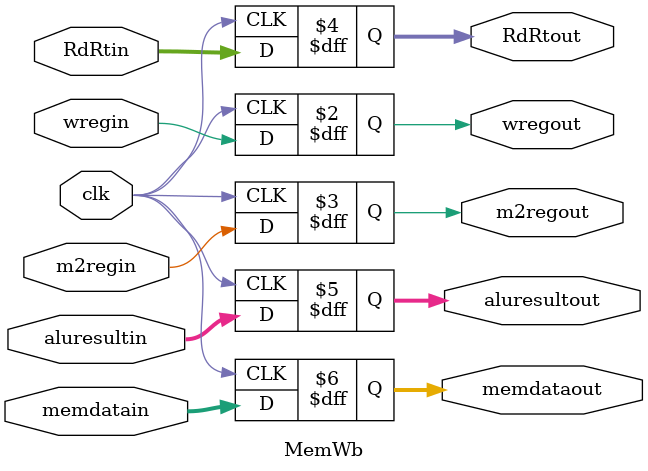
<source format=v>
module MemWb(
    input clk, wregin, m2regin,
	input [4:0] RdRtin,
	input [31:0] aluresultin, memdatain,
	output reg wregout, m2regout,
	output reg [4:0] RdRtout,
	output reg [31:0] aluresultout, memdataout
    );
    
    always @ (posedge clk) 
    begin
        wregout = wregin;
        m2regout = m2regin;
        RdRtout = RdRtin;
        aluresultout = aluresultin;
        memdataout = memdatain;
    end
    
endmodule

</source>
